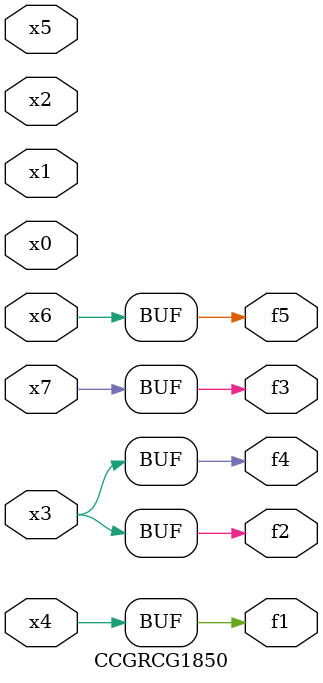
<source format=v>
module CCGRCG1850(
	input x0, x1, x2, x3, x4, x5, x6, x7,
	output f1, f2, f3, f4, f5
);
	assign f1 = x4;
	assign f2 = x3;
	assign f3 = x7;
	assign f4 = x3;
	assign f5 = x6;
endmodule

</source>
